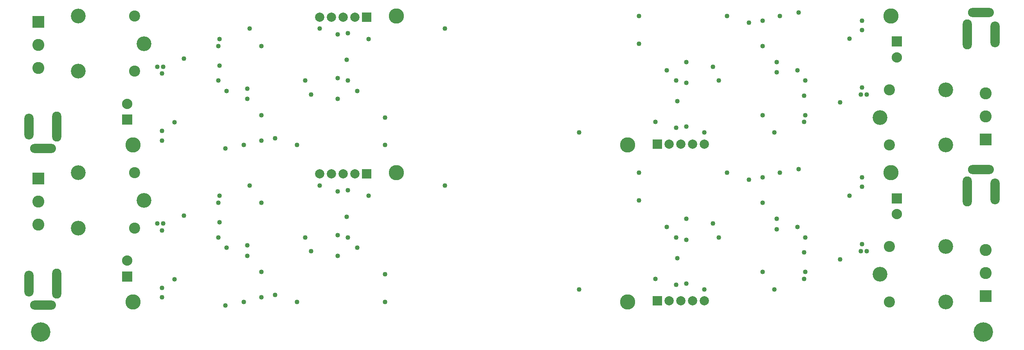
<source format=gbs>
G04*
G04 #@! TF.GenerationSoftware,Altium Limited,Altium Designer,18.0.7 (293)*
G04*
G04 Layer_Color=16711935*
%FSLAX25Y25*%
%MOIN*%
G70*
G01*
G75*
%ADD84C,0.16548*%
%ADD85C,0.07887*%
%ADD86R,0.07887X0.07887*%
%ADD87C,0.12611*%
%ADD88C,0.09461*%
%ADD89C,0.09461*%
%ADD90C,0.10249*%
%ADD91R,0.10249X0.10249*%
%ADD92R,0.08800X0.08800*%
%ADD93C,0.08800*%
%ADD94O,0.07887X0.25603*%
%ADD95O,0.07887X0.22060*%
%ADD96O,0.22060X0.07887*%
%ADD97C,0.13005*%
%ADD98C,0.04000*%
G54D84*
X822835Y-13780D02*
D03*
X19685D02*
D03*
G54D85*
X287402Y121063D02*
D03*
X277402D02*
D03*
X267402D02*
D03*
X257402D02*
D03*
X287402Y254921D02*
D03*
X277402D02*
D03*
X267402D02*
D03*
X257402D02*
D03*
X555118Y146653D02*
D03*
X565118D02*
D03*
X575118D02*
D03*
X585118D02*
D03*
X555118Y12795D02*
D03*
X565118D02*
D03*
X575118D02*
D03*
X585118D02*
D03*
G54D86*
X297402Y121063D02*
D03*
Y254921D02*
D03*
X545118Y146653D02*
D03*
Y12795D02*
D03*
G54D87*
X107677Y98425D02*
D03*
X51772Y122047D02*
D03*
Y74803D02*
D03*
X107677Y232283D02*
D03*
X51772Y255906D02*
D03*
Y208661D02*
D03*
X734843Y169291D02*
D03*
X790748Y145669D02*
D03*
Y192913D02*
D03*
X734843Y35433D02*
D03*
X790748Y11811D02*
D03*
Y59055D02*
D03*
G54D88*
X99803Y122047D02*
D03*
Y255906D02*
D03*
X742717Y145669D02*
D03*
Y11811D02*
D03*
G54D89*
X99803Y74803D02*
D03*
Y208661D02*
D03*
X742717Y192913D02*
D03*
Y59055D02*
D03*
G54D90*
X17717Y77756D02*
D03*
Y97441D02*
D03*
Y211614D02*
D03*
Y231299D02*
D03*
X824803Y189961D02*
D03*
Y170276D02*
D03*
Y56102D02*
D03*
Y36417D02*
D03*
G54D91*
X17717Y117126D02*
D03*
Y250984D02*
D03*
X824803Y150591D02*
D03*
Y16732D02*
D03*
G54D92*
X93504Y33604D02*
D03*
Y167463D02*
D03*
X749016Y234112D02*
D03*
Y100254D02*
D03*
G54D93*
X93504Y47104D02*
D03*
Y180963D02*
D03*
X749016Y220612D02*
D03*
Y86754D02*
D03*
G54D94*
X33465Y27559D02*
D03*
Y161417D02*
D03*
X809055Y240158D02*
D03*
Y106299D02*
D03*
G54D95*
X9843Y27559D02*
D03*
Y161417D02*
D03*
X832677Y240158D02*
D03*
Y106299D02*
D03*
G54D96*
X21654Y9055D02*
D03*
Y142913D02*
D03*
X820866Y258661D02*
D03*
Y124803D02*
D03*
G54D97*
X98425Y11811D02*
D03*
X322835Y122047D02*
D03*
X98425Y145669D02*
D03*
X322835Y255906D02*
D03*
X744095Y255906D02*
D03*
X519685Y145669D02*
D03*
X744095Y122047D02*
D03*
X519685Y11811D02*
D03*
G54D98*
X219488Y17717D02*
D03*
X281496Y66929D02*
D03*
X123130Y15748D02*
D03*
X119095Y78740D02*
D03*
X124114D02*
D03*
X172244Y102362D02*
D03*
X178150Y58071D02*
D03*
X299213Y102362D02*
D03*
X364173Y111221D02*
D03*
X250000Y55118D02*
D03*
X257402Y111221D02*
D03*
X141732Y85630D02*
D03*
X172244Y79724D02*
D03*
X281496Y107283D02*
D03*
X272638Y106299D02*
D03*
X312992Y35433D02*
D03*
Y11811D02*
D03*
X192913D02*
D03*
X238189D02*
D03*
X207677Y15748D02*
D03*
X245079Y66929D02*
D03*
X280512Y84646D02*
D03*
X195866Y60039D02*
D03*
X272638Y51181D02*
D03*
X195866D02*
D03*
X207677Y37402D02*
D03*
X272638Y68898D02*
D03*
X289370Y58071D02*
D03*
X207677Y96457D02*
D03*
X171260D02*
D03*
Y66929D02*
D03*
X123031Y72835D02*
D03*
X177165Y8858D02*
D03*
X133858Y31299D02*
D03*
X123031Y23819D02*
D03*
X197835Y111221D02*
D03*
X219488Y151575D02*
D03*
X281496Y200787D02*
D03*
X123130Y149606D02*
D03*
X119095Y212598D02*
D03*
X124114D02*
D03*
X172244Y236221D02*
D03*
X178150Y191929D02*
D03*
X299213Y236221D02*
D03*
X364173Y245079D02*
D03*
X250000Y188976D02*
D03*
X257402Y245079D02*
D03*
X141732Y219488D02*
D03*
X172244Y213583D02*
D03*
X281496Y241142D02*
D03*
X272638Y240158D02*
D03*
X312992Y169291D02*
D03*
Y145669D02*
D03*
X192913D02*
D03*
X238189D02*
D03*
X207677Y149606D02*
D03*
X245079Y200787D02*
D03*
X280512Y218504D02*
D03*
X195866Y193898D02*
D03*
X272638Y185039D02*
D03*
X195866D02*
D03*
X207677Y171260D02*
D03*
X272638Y202756D02*
D03*
X289370Y191929D02*
D03*
X207677Y230315D02*
D03*
X171260D02*
D03*
Y200787D02*
D03*
X123031Y206693D02*
D03*
X177165Y142717D02*
D03*
X133858Y165157D02*
D03*
X123031Y157677D02*
D03*
X197835Y245079D02*
D03*
X623032Y250000D02*
D03*
X561024Y200787D02*
D03*
X719390Y251969D02*
D03*
X723425Y188976D02*
D03*
X718405D02*
D03*
X670276Y165354D02*
D03*
X664370Y209646D02*
D03*
X543307Y165354D02*
D03*
X478346Y156496D02*
D03*
X592520Y212598D02*
D03*
X585118Y156496D02*
D03*
X700787Y182087D02*
D03*
X670276Y187992D02*
D03*
X561024Y160433D02*
D03*
X569882Y161417D02*
D03*
X529528Y232283D02*
D03*
Y255906D02*
D03*
X649606D02*
D03*
X604331D02*
D03*
X634842Y251969D02*
D03*
X597441Y200787D02*
D03*
X562008Y183071D02*
D03*
X646654Y207677D02*
D03*
X569882Y216535D02*
D03*
X646654D02*
D03*
X634842Y230315D02*
D03*
X569882Y198819D02*
D03*
X553150Y209646D02*
D03*
X634842Y171260D02*
D03*
X671260D02*
D03*
Y200787D02*
D03*
X719488Y194882D02*
D03*
X665354Y258858D02*
D03*
X708661Y236417D02*
D03*
X719488Y243898D02*
D03*
X644685Y156496D02*
D03*
X623032Y116142D02*
D03*
X561024Y66929D02*
D03*
X719390Y118110D02*
D03*
X723425Y55118D02*
D03*
X718405D02*
D03*
X670276Y31496D02*
D03*
X664370Y75787D02*
D03*
X543307Y31496D02*
D03*
X478346Y22638D02*
D03*
X592520Y78740D02*
D03*
X585118Y22638D02*
D03*
X700787Y48228D02*
D03*
X670276Y54134D02*
D03*
X561024Y26575D02*
D03*
X569882Y27559D02*
D03*
X529528Y98425D02*
D03*
Y122047D02*
D03*
X649606D02*
D03*
X604331D02*
D03*
X634842Y118110D02*
D03*
X597441Y66929D02*
D03*
X562008Y49213D02*
D03*
X646654Y73819D02*
D03*
X569882Y82677D02*
D03*
X646654D02*
D03*
X634842Y96457D02*
D03*
X569882Y64961D02*
D03*
X553150Y75787D02*
D03*
X634842Y37402D02*
D03*
X671260D02*
D03*
Y66929D02*
D03*
X719488Y61024D02*
D03*
X665354Y125000D02*
D03*
X708661Y102559D02*
D03*
X719488Y110039D02*
D03*
X644685Y22638D02*
D03*
M02*

</source>
